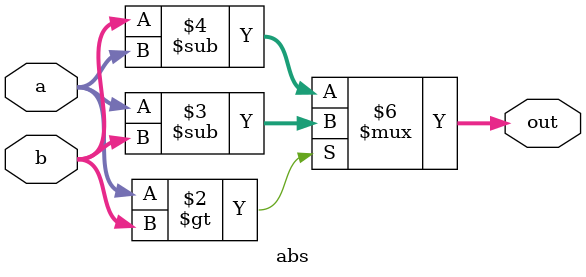
<source format=sv>
module abs #(parameter WIDTH = 11) (
  output logic [WIDTH-1:0] out,
  input logic [WIDTH-1:0] a, b
  );

  always_comb begin
    if (a > b)
      out = a - b;
    else
      out = b - a;
  end
endmodule
</source>
